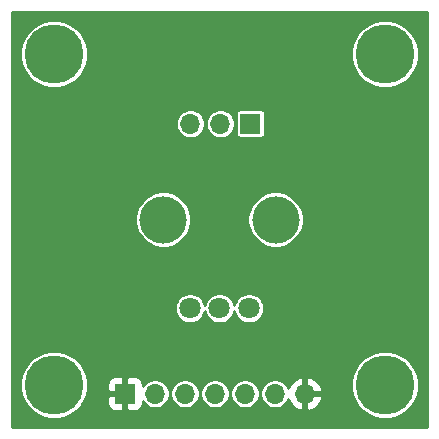
<source format=gbr>
%TF.GenerationSoftware,KiCad,Pcbnew,(5.1.6)-1*%
%TF.CreationDate,2021-02-02T19:23:23-08:00*%
%TF.ProjectId,DH_LEDRing,44485f4c-4544-4526-996e-672e6b696361,rev?*%
%TF.SameCoordinates,Original*%
%TF.FileFunction,Copper,L2,Bot*%
%TF.FilePolarity,Positive*%
%FSLAX46Y46*%
G04 Gerber Fmt 4.6, Leading zero omitted, Abs format (unit mm)*
G04 Created by KiCad (PCBNEW (5.1.6)-1) date 2021-02-02 19:23:23*
%MOMM*%
%LPD*%
G01*
G04 APERTURE LIST*
%TA.AperFunction,ComponentPad*%
%ADD10R,1.700000X1.700000*%
%TD*%
%TA.AperFunction,ComponentPad*%
%ADD11O,1.700000X1.700000*%
%TD*%
%TA.AperFunction,WasherPad*%
%ADD12C,4.000000*%
%TD*%
%TA.AperFunction,ComponentPad*%
%ADD13C,1.800000*%
%TD*%
%TA.AperFunction,ViaPad*%
%ADD14C,5.000000*%
%TD*%
%TA.AperFunction,ViaPad*%
%ADD15C,0.800000*%
%TD*%
%TA.AperFunction,Conductor*%
%ADD16C,0.254000*%
%TD*%
G04 APERTURE END LIST*
D10*
%TO.P,J1,1*%
%TO.N,GNDD*%
X124000000Y-78740000D03*
D11*
%TO.P,J1,2*%
%TO.N,SDI*%
X126540000Y-78740000D03*
%TO.P,J1,3*%
%TO.N,CKI*%
X129080000Y-78740000D03*
%TO.P,J1,4*%
%TO.N,VDD*%
X131620000Y-78740000D03*
%TO.P,J1,5*%
%TO.N,CKO*%
X134160000Y-78740000D03*
%TO.P,J1,6*%
%TO.N,SDO*%
X136700000Y-78740000D03*
%TO.P,J1,7*%
%TO.N,GNDD*%
X139240000Y-78740000D03*
%TD*%
D12*
%TO.P,RV1,*%
%TO.N,*%
X136750000Y-64000000D03*
X127250000Y-64000000D03*
D13*
%TO.P,RV1,1*%
%TO.N,VAA*%
X134500000Y-71500000D03*
%TO.P,RV1,2*%
%TO.N,POT*%
X132000000Y-71500000D03*
%TO.P,RV1,3*%
%TO.N,GND*%
X129500000Y-71500000D03*
%TD*%
D10*
%TO.P,J2,1*%
%TO.N,VAA*%
X134620000Y-55880000D03*
D11*
%TO.P,J2,2*%
%TO.N,POT*%
X132080000Y-55880000D03*
%TO.P,J2,3*%
%TO.N,GND*%
X129540000Y-55880000D03*
%TD*%
D14*
%TO.N,*%
X118000000Y-50000000D03*
X146000000Y-50000000D03*
X118000000Y-78000000D03*
X146000000Y-78000000D03*
D15*
%TO.N,GNDD*%
X122500000Y-72000000D03*
X120000000Y-68500000D03*
X119500000Y-64000000D03*
X120000000Y-59500000D03*
X122000000Y-55500000D03*
X125500000Y-53000000D03*
X130000000Y-51500000D03*
X134000000Y-51500000D03*
X138500000Y-53000000D03*
X142000000Y-56000000D03*
X144000000Y-60000000D03*
X144500000Y-64000000D03*
X144000000Y-68500000D03*
X141500000Y-72000000D03*
X126000000Y-75000000D03*
X132000000Y-74000000D03*
X142000000Y-76000000D03*
X138000000Y-73000000D03*
X146000000Y-72000000D03*
X141000000Y-70000000D03*
X148000000Y-67000000D03*
X142000000Y-66000000D03*
X148000000Y-61000000D03*
X142000000Y-63000000D03*
X146000000Y-56000000D03*
X141000000Y-59000000D03*
X142000000Y-52000000D03*
X139000000Y-56000000D03*
X137000000Y-49000000D03*
X136000000Y-54000000D03*
X132000000Y-48000000D03*
X132000000Y-54000000D03*
X126000000Y-49000000D03*
X129000000Y-54000000D03*
X122000000Y-52000000D03*
X125000000Y-56000000D03*
X118000000Y-56000000D03*
X123000000Y-59000000D03*
X116000000Y-61000000D03*
X122000000Y-62000000D03*
X116000000Y-67000000D03*
X122000000Y-66000000D03*
X118000000Y-72000000D03*
X123000000Y-69000000D03*
X122000000Y-76000000D03*
X125000000Y-72000000D03*
X130000000Y-73000000D03*
X134000000Y-73000000D03*
%TD*%
D16*
%TO.N,GNDD*%
G36*
X149569001Y-81569000D02*
G01*
X114431000Y-81569000D01*
X114431000Y-77716246D01*
X115119000Y-77716246D01*
X115119000Y-78283754D01*
X115229715Y-78840357D01*
X115446891Y-79364665D01*
X115762181Y-79836530D01*
X116163470Y-80237819D01*
X116635335Y-80553109D01*
X117159643Y-80770285D01*
X117716246Y-80881000D01*
X118283754Y-80881000D01*
X118840357Y-80770285D01*
X119364665Y-80553109D01*
X119836530Y-80237819D01*
X120237819Y-79836530D01*
X120402545Y-79590000D01*
X122511928Y-79590000D01*
X122524188Y-79714482D01*
X122560498Y-79834180D01*
X122619463Y-79944494D01*
X122698815Y-80041185D01*
X122795506Y-80120537D01*
X122905820Y-80179502D01*
X123025518Y-80215812D01*
X123150000Y-80228072D01*
X123714250Y-80225000D01*
X123873000Y-80066250D01*
X123873000Y-78867000D01*
X122673750Y-78867000D01*
X122515000Y-79025750D01*
X122511928Y-79590000D01*
X120402545Y-79590000D01*
X120553109Y-79364665D01*
X120770285Y-78840357D01*
X120881000Y-78283754D01*
X120881000Y-77890000D01*
X122511928Y-77890000D01*
X122515000Y-78454250D01*
X122673750Y-78613000D01*
X123873000Y-78613000D01*
X123873000Y-77413750D01*
X124127000Y-77413750D01*
X124127000Y-78613000D01*
X124147000Y-78613000D01*
X124147000Y-78867000D01*
X124127000Y-78867000D01*
X124127000Y-80066250D01*
X124285750Y-80225000D01*
X124850000Y-80228072D01*
X124974482Y-80215812D01*
X125094180Y-80179502D01*
X125204494Y-80120537D01*
X125301185Y-80041185D01*
X125380537Y-79944494D01*
X125439502Y-79834180D01*
X125475812Y-79714482D01*
X125488072Y-79590000D01*
X125486927Y-79379706D01*
X125583820Y-79524717D01*
X125755283Y-79696180D01*
X125956903Y-79830898D01*
X126180931Y-79923693D01*
X126418757Y-79971000D01*
X126661243Y-79971000D01*
X126899069Y-79923693D01*
X127123097Y-79830898D01*
X127324717Y-79696180D01*
X127496180Y-79524717D01*
X127630898Y-79323097D01*
X127723693Y-79099069D01*
X127771000Y-78861243D01*
X127771000Y-78618757D01*
X127849000Y-78618757D01*
X127849000Y-78861243D01*
X127896307Y-79099069D01*
X127989102Y-79323097D01*
X128123820Y-79524717D01*
X128295283Y-79696180D01*
X128496903Y-79830898D01*
X128720931Y-79923693D01*
X128958757Y-79971000D01*
X129201243Y-79971000D01*
X129439069Y-79923693D01*
X129663097Y-79830898D01*
X129864717Y-79696180D01*
X130036180Y-79524717D01*
X130170898Y-79323097D01*
X130263693Y-79099069D01*
X130311000Y-78861243D01*
X130311000Y-78618757D01*
X130389000Y-78618757D01*
X130389000Y-78861243D01*
X130436307Y-79099069D01*
X130529102Y-79323097D01*
X130663820Y-79524717D01*
X130835283Y-79696180D01*
X131036903Y-79830898D01*
X131260931Y-79923693D01*
X131498757Y-79971000D01*
X131741243Y-79971000D01*
X131979069Y-79923693D01*
X132203097Y-79830898D01*
X132404717Y-79696180D01*
X132576180Y-79524717D01*
X132710898Y-79323097D01*
X132803693Y-79099069D01*
X132851000Y-78861243D01*
X132851000Y-78618757D01*
X132929000Y-78618757D01*
X132929000Y-78861243D01*
X132976307Y-79099069D01*
X133069102Y-79323097D01*
X133203820Y-79524717D01*
X133375283Y-79696180D01*
X133576903Y-79830898D01*
X133800931Y-79923693D01*
X134038757Y-79971000D01*
X134281243Y-79971000D01*
X134519069Y-79923693D01*
X134743097Y-79830898D01*
X134944717Y-79696180D01*
X135116180Y-79524717D01*
X135250898Y-79323097D01*
X135343693Y-79099069D01*
X135391000Y-78861243D01*
X135391000Y-78618757D01*
X135469000Y-78618757D01*
X135469000Y-78861243D01*
X135516307Y-79099069D01*
X135609102Y-79323097D01*
X135743820Y-79524717D01*
X135915283Y-79696180D01*
X136116903Y-79830898D01*
X136340931Y-79923693D01*
X136578757Y-79971000D01*
X136821243Y-79971000D01*
X137059069Y-79923693D01*
X137283097Y-79830898D01*
X137484717Y-79696180D01*
X137656180Y-79524717D01*
X137790898Y-79323097D01*
X137838228Y-79208832D01*
X137895843Y-79371252D01*
X138044822Y-79621355D01*
X138239731Y-79837588D01*
X138473080Y-80011641D01*
X138735901Y-80136825D01*
X138883110Y-80181476D01*
X139113000Y-80060155D01*
X139113000Y-78867000D01*
X139367000Y-78867000D01*
X139367000Y-80060155D01*
X139596890Y-80181476D01*
X139744099Y-80136825D01*
X140006920Y-80011641D01*
X140240269Y-79837588D01*
X140435178Y-79621355D01*
X140584157Y-79371252D01*
X140681481Y-79096891D01*
X140560814Y-78867000D01*
X139367000Y-78867000D01*
X139113000Y-78867000D01*
X139093000Y-78867000D01*
X139093000Y-78613000D01*
X139113000Y-78613000D01*
X139113000Y-77419845D01*
X139367000Y-77419845D01*
X139367000Y-78613000D01*
X140560814Y-78613000D01*
X140681481Y-78383109D01*
X140584157Y-78108748D01*
X140435178Y-77858645D01*
X140306822Y-77716246D01*
X143119000Y-77716246D01*
X143119000Y-78283754D01*
X143229715Y-78840357D01*
X143446891Y-79364665D01*
X143762181Y-79836530D01*
X144163470Y-80237819D01*
X144635335Y-80553109D01*
X145159643Y-80770285D01*
X145716246Y-80881000D01*
X146283754Y-80881000D01*
X146840357Y-80770285D01*
X147364665Y-80553109D01*
X147836530Y-80237819D01*
X148237819Y-79836530D01*
X148553109Y-79364665D01*
X148770285Y-78840357D01*
X148881000Y-78283754D01*
X148881000Y-77716246D01*
X148770285Y-77159643D01*
X148553109Y-76635335D01*
X148237819Y-76163470D01*
X147836530Y-75762181D01*
X147364665Y-75446891D01*
X146840357Y-75229715D01*
X146283754Y-75119000D01*
X145716246Y-75119000D01*
X145159643Y-75229715D01*
X144635335Y-75446891D01*
X144163470Y-75762181D01*
X143762181Y-76163470D01*
X143446891Y-76635335D01*
X143229715Y-77159643D01*
X143119000Y-77716246D01*
X140306822Y-77716246D01*
X140240269Y-77642412D01*
X140006920Y-77468359D01*
X139744099Y-77343175D01*
X139596890Y-77298524D01*
X139367000Y-77419845D01*
X139113000Y-77419845D01*
X138883110Y-77298524D01*
X138735901Y-77343175D01*
X138473080Y-77468359D01*
X138239731Y-77642412D01*
X138044822Y-77858645D01*
X137895843Y-78108748D01*
X137838228Y-78271168D01*
X137790898Y-78156903D01*
X137656180Y-77955283D01*
X137484717Y-77783820D01*
X137283097Y-77649102D01*
X137059069Y-77556307D01*
X136821243Y-77509000D01*
X136578757Y-77509000D01*
X136340931Y-77556307D01*
X136116903Y-77649102D01*
X135915283Y-77783820D01*
X135743820Y-77955283D01*
X135609102Y-78156903D01*
X135516307Y-78380931D01*
X135469000Y-78618757D01*
X135391000Y-78618757D01*
X135343693Y-78380931D01*
X135250898Y-78156903D01*
X135116180Y-77955283D01*
X134944717Y-77783820D01*
X134743097Y-77649102D01*
X134519069Y-77556307D01*
X134281243Y-77509000D01*
X134038757Y-77509000D01*
X133800931Y-77556307D01*
X133576903Y-77649102D01*
X133375283Y-77783820D01*
X133203820Y-77955283D01*
X133069102Y-78156903D01*
X132976307Y-78380931D01*
X132929000Y-78618757D01*
X132851000Y-78618757D01*
X132803693Y-78380931D01*
X132710898Y-78156903D01*
X132576180Y-77955283D01*
X132404717Y-77783820D01*
X132203097Y-77649102D01*
X131979069Y-77556307D01*
X131741243Y-77509000D01*
X131498757Y-77509000D01*
X131260931Y-77556307D01*
X131036903Y-77649102D01*
X130835283Y-77783820D01*
X130663820Y-77955283D01*
X130529102Y-78156903D01*
X130436307Y-78380931D01*
X130389000Y-78618757D01*
X130311000Y-78618757D01*
X130263693Y-78380931D01*
X130170898Y-78156903D01*
X130036180Y-77955283D01*
X129864717Y-77783820D01*
X129663097Y-77649102D01*
X129439069Y-77556307D01*
X129201243Y-77509000D01*
X128958757Y-77509000D01*
X128720931Y-77556307D01*
X128496903Y-77649102D01*
X128295283Y-77783820D01*
X128123820Y-77955283D01*
X127989102Y-78156903D01*
X127896307Y-78380931D01*
X127849000Y-78618757D01*
X127771000Y-78618757D01*
X127723693Y-78380931D01*
X127630898Y-78156903D01*
X127496180Y-77955283D01*
X127324717Y-77783820D01*
X127123097Y-77649102D01*
X126899069Y-77556307D01*
X126661243Y-77509000D01*
X126418757Y-77509000D01*
X126180931Y-77556307D01*
X125956903Y-77649102D01*
X125755283Y-77783820D01*
X125583820Y-77955283D01*
X125486927Y-78100294D01*
X125488072Y-77890000D01*
X125475812Y-77765518D01*
X125439502Y-77645820D01*
X125380537Y-77535506D01*
X125301185Y-77438815D01*
X125204494Y-77359463D01*
X125094180Y-77300498D01*
X124974482Y-77264188D01*
X124850000Y-77251928D01*
X124285750Y-77255000D01*
X124127000Y-77413750D01*
X123873000Y-77413750D01*
X123714250Y-77255000D01*
X123150000Y-77251928D01*
X123025518Y-77264188D01*
X122905820Y-77300498D01*
X122795506Y-77359463D01*
X122698815Y-77438815D01*
X122619463Y-77535506D01*
X122560498Y-77645820D01*
X122524188Y-77765518D01*
X122511928Y-77890000D01*
X120881000Y-77890000D01*
X120881000Y-77716246D01*
X120770285Y-77159643D01*
X120553109Y-76635335D01*
X120237819Y-76163470D01*
X119836530Y-75762181D01*
X119364665Y-75446891D01*
X118840357Y-75229715D01*
X118283754Y-75119000D01*
X117716246Y-75119000D01*
X117159643Y-75229715D01*
X116635335Y-75446891D01*
X116163470Y-75762181D01*
X115762181Y-76163470D01*
X115446891Y-76635335D01*
X115229715Y-77159643D01*
X115119000Y-77716246D01*
X114431000Y-77716246D01*
X114431000Y-71373833D01*
X128219000Y-71373833D01*
X128219000Y-71626167D01*
X128268228Y-71873654D01*
X128364793Y-72106781D01*
X128504982Y-72316590D01*
X128683410Y-72495018D01*
X128893219Y-72635207D01*
X129126346Y-72731772D01*
X129373833Y-72781000D01*
X129626167Y-72781000D01*
X129873654Y-72731772D01*
X130106781Y-72635207D01*
X130316590Y-72495018D01*
X130495018Y-72316590D01*
X130635207Y-72106781D01*
X130731772Y-71873654D01*
X130750000Y-71782015D01*
X130768228Y-71873654D01*
X130864793Y-72106781D01*
X131004982Y-72316590D01*
X131183410Y-72495018D01*
X131393219Y-72635207D01*
X131626346Y-72731772D01*
X131873833Y-72781000D01*
X132126167Y-72781000D01*
X132373654Y-72731772D01*
X132606781Y-72635207D01*
X132816590Y-72495018D01*
X132995018Y-72316590D01*
X133135207Y-72106781D01*
X133231772Y-71873654D01*
X133250000Y-71782015D01*
X133268228Y-71873654D01*
X133364793Y-72106781D01*
X133504982Y-72316590D01*
X133683410Y-72495018D01*
X133893219Y-72635207D01*
X134126346Y-72731772D01*
X134373833Y-72781000D01*
X134626167Y-72781000D01*
X134873654Y-72731772D01*
X135106781Y-72635207D01*
X135316590Y-72495018D01*
X135495018Y-72316590D01*
X135635207Y-72106781D01*
X135731772Y-71873654D01*
X135781000Y-71626167D01*
X135781000Y-71373833D01*
X135731772Y-71126346D01*
X135635207Y-70893219D01*
X135495018Y-70683410D01*
X135316590Y-70504982D01*
X135106781Y-70364793D01*
X134873654Y-70268228D01*
X134626167Y-70219000D01*
X134373833Y-70219000D01*
X134126346Y-70268228D01*
X133893219Y-70364793D01*
X133683410Y-70504982D01*
X133504982Y-70683410D01*
X133364793Y-70893219D01*
X133268228Y-71126346D01*
X133250000Y-71217985D01*
X133231772Y-71126346D01*
X133135207Y-70893219D01*
X132995018Y-70683410D01*
X132816590Y-70504982D01*
X132606781Y-70364793D01*
X132373654Y-70268228D01*
X132126167Y-70219000D01*
X131873833Y-70219000D01*
X131626346Y-70268228D01*
X131393219Y-70364793D01*
X131183410Y-70504982D01*
X131004982Y-70683410D01*
X130864793Y-70893219D01*
X130768228Y-71126346D01*
X130750000Y-71217985D01*
X130731772Y-71126346D01*
X130635207Y-70893219D01*
X130495018Y-70683410D01*
X130316590Y-70504982D01*
X130106781Y-70364793D01*
X129873654Y-70268228D01*
X129626167Y-70219000D01*
X129373833Y-70219000D01*
X129126346Y-70268228D01*
X128893219Y-70364793D01*
X128683410Y-70504982D01*
X128504982Y-70683410D01*
X128364793Y-70893219D01*
X128268228Y-71126346D01*
X128219000Y-71373833D01*
X114431000Y-71373833D01*
X114431000Y-63765492D01*
X124869000Y-63765492D01*
X124869000Y-64234508D01*
X124960500Y-64694512D01*
X125139985Y-65127827D01*
X125400556Y-65517799D01*
X125732201Y-65849444D01*
X126122173Y-66110015D01*
X126555488Y-66289500D01*
X127015492Y-66381000D01*
X127484508Y-66381000D01*
X127944512Y-66289500D01*
X128377827Y-66110015D01*
X128767799Y-65849444D01*
X129099444Y-65517799D01*
X129360015Y-65127827D01*
X129539500Y-64694512D01*
X129631000Y-64234508D01*
X129631000Y-63765492D01*
X134369000Y-63765492D01*
X134369000Y-64234508D01*
X134460500Y-64694512D01*
X134639985Y-65127827D01*
X134900556Y-65517799D01*
X135232201Y-65849444D01*
X135622173Y-66110015D01*
X136055488Y-66289500D01*
X136515492Y-66381000D01*
X136984508Y-66381000D01*
X137444512Y-66289500D01*
X137877827Y-66110015D01*
X138267799Y-65849444D01*
X138599444Y-65517799D01*
X138860015Y-65127827D01*
X139039500Y-64694512D01*
X139131000Y-64234508D01*
X139131000Y-63765492D01*
X139039500Y-63305488D01*
X138860015Y-62872173D01*
X138599444Y-62482201D01*
X138267799Y-62150556D01*
X137877827Y-61889985D01*
X137444512Y-61710500D01*
X136984508Y-61619000D01*
X136515492Y-61619000D01*
X136055488Y-61710500D01*
X135622173Y-61889985D01*
X135232201Y-62150556D01*
X134900556Y-62482201D01*
X134639985Y-62872173D01*
X134460500Y-63305488D01*
X134369000Y-63765492D01*
X129631000Y-63765492D01*
X129539500Y-63305488D01*
X129360015Y-62872173D01*
X129099444Y-62482201D01*
X128767799Y-62150556D01*
X128377827Y-61889985D01*
X127944512Y-61710500D01*
X127484508Y-61619000D01*
X127015492Y-61619000D01*
X126555488Y-61710500D01*
X126122173Y-61889985D01*
X125732201Y-62150556D01*
X125400556Y-62482201D01*
X125139985Y-62872173D01*
X124960500Y-63305488D01*
X124869000Y-63765492D01*
X114431000Y-63765492D01*
X114431000Y-55758757D01*
X128309000Y-55758757D01*
X128309000Y-56001243D01*
X128356307Y-56239069D01*
X128449102Y-56463097D01*
X128583820Y-56664717D01*
X128755283Y-56836180D01*
X128956903Y-56970898D01*
X129180931Y-57063693D01*
X129418757Y-57111000D01*
X129661243Y-57111000D01*
X129899069Y-57063693D01*
X130123097Y-56970898D01*
X130324717Y-56836180D01*
X130496180Y-56664717D01*
X130630898Y-56463097D01*
X130723693Y-56239069D01*
X130771000Y-56001243D01*
X130771000Y-55758757D01*
X130849000Y-55758757D01*
X130849000Y-56001243D01*
X130896307Y-56239069D01*
X130989102Y-56463097D01*
X131123820Y-56664717D01*
X131295283Y-56836180D01*
X131496903Y-56970898D01*
X131720931Y-57063693D01*
X131958757Y-57111000D01*
X132201243Y-57111000D01*
X132439069Y-57063693D01*
X132663097Y-56970898D01*
X132864717Y-56836180D01*
X133036180Y-56664717D01*
X133170898Y-56463097D01*
X133263693Y-56239069D01*
X133311000Y-56001243D01*
X133311000Y-55758757D01*
X133263693Y-55520931D01*
X133170898Y-55296903D01*
X133036180Y-55095283D01*
X132970897Y-55030000D01*
X133387157Y-55030000D01*
X133387157Y-56730000D01*
X133394513Y-56804689D01*
X133416299Y-56876508D01*
X133451678Y-56942696D01*
X133499289Y-57000711D01*
X133557304Y-57048322D01*
X133623492Y-57083701D01*
X133695311Y-57105487D01*
X133770000Y-57112843D01*
X135470000Y-57112843D01*
X135544689Y-57105487D01*
X135616508Y-57083701D01*
X135682696Y-57048322D01*
X135740711Y-57000711D01*
X135788322Y-56942696D01*
X135823701Y-56876508D01*
X135845487Y-56804689D01*
X135852843Y-56730000D01*
X135852843Y-55030000D01*
X135845487Y-54955311D01*
X135823701Y-54883492D01*
X135788322Y-54817304D01*
X135740711Y-54759289D01*
X135682696Y-54711678D01*
X135616508Y-54676299D01*
X135544689Y-54654513D01*
X135470000Y-54647157D01*
X133770000Y-54647157D01*
X133695311Y-54654513D01*
X133623492Y-54676299D01*
X133557304Y-54711678D01*
X133499289Y-54759289D01*
X133451678Y-54817304D01*
X133416299Y-54883492D01*
X133394513Y-54955311D01*
X133387157Y-55030000D01*
X132970897Y-55030000D01*
X132864717Y-54923820D01*
X132663097Y-54789102D01*
X132439069Y-54696307D01*
X132201243Y-54649000D01*
X131958757Y-54649000D01*
X131720931Y-54696307D01*
X131496903Y-54789102D01*
X131295283Y-54923820D01*
X131123820Y-55095283D01*
X130989102Y-55296903D01*
X130896307Y-55520931D01*
X130849000Y-55758757D01*
X130771000Y-55758757D01*
X130723693Y-55520931D01*
X130630898Y-55296903D01*
X130496180Y-55095283D01*
X130324717Y-54923820D01*
X130123097Y-54789102D01*
X129899069Y-54696307D01*
X129661243Y-54649000D01*
X129418757Y-54649000D01*
X129180931Y-54696307D01*
X128956903Y-54789102D01*
X128755283Y-54923820D01*
X128583820Y-55095283D01*
X128449102Y-55296903D01*
X128356307Y-55520931D01*
X128309000Y-55758757D01*
X114431000Y-55758757D01*
X114431000Y-49716246D01*
X115119000Y-49716246D01*
X115119000Y-50283754D01*
X115229715Y-50840357D01*
X115446891Y-51364665D01*
X115762181Y-51836530D01*
X116163470Y-52237819D01*
X116635335Y-52553109D01*
X117159643Y-52770285D01*
X117716246Y-52881000D01*
X118283754Y-52881000D01*
X118840357Y-52770285D01*
X119364665Y-52553109D01*
X119836530Y-52237819D01*
X120237819Y-51836530D01*
X120553109Y-51364665D01*
X120770285Y-50840357D01*
X120881000Y-50283754D01*
X120881000Y-49716246D01*
X143119000Y-49716246D01*
X143119000Y-50283754D01*
X143229715Y-50840357D01*
X143446891Y-51364665D01*
X143762181Y-51836530D01*
X144163470Y-52237819D01*
X144635335Y-52553109D01*
X145159643Y-52770285D01*
X145716246Y-52881000D01*
X146283754Y-52881000D01*
X146840357Y-52770285D01*
X147364665Y-52553109D01*
X147836530Y-52237819D01*
X148237819Y-51836530D01*
X148553109Y-51364665D01*
X148770285Y-50840357D01*
X148881000Y-50283754D01*
X148881000Y-49716246D01*
X148770285Y-49159643D01*
X148553109Y-48635335D01*
X148237819Y-48163470D01*
X147836530Y-47762181D01*
X147364665Y-47446891D01*
X146840357Y-47229715D01*
X146283754Y-47119000D01*
X145716246Y-47119000D01*
X145159643Y-47229715D01*
X144635335Y-47446891D01*
X144163470Y-47762181D01*
X143762181Y-48163470D01*
X143446891Y-48635335D01*
X143229715Y-49159643D01*
X143119000Y-49716246D01*
X120881000Y-49716246D01*
X120770285Y-49159643D01*
X120553109Y-48635335D01*
X120237819Y-48163470D01*
X119836530Y-47762181D01*
X119364665Y-47446891D01*
X118840357Y-47229715D01*
X118283754Y-47119000D01*
X117716246Y-47119000D01*
X117159643Y-47229715D01*
X116635335Y-47446891D01*
X116163470Y-47762181D01*
X115762181Y-48163470D01*
X115446891Y-48635335D01*
X115229715Y-49159643D01*
X115119000Y-49716246D01*
X114431000Y-49716246D01*
X114431000Y-46431000D01*
X149569000Y-46431000D01*
X149569001Y-81569000D01*
G37*
X149569001Y-81569000D02*
X114431000Y-81569000D01*
X114431000Y-77716246D01*
X115119000Y-77716246D01*
X115119000Y-78283754D01*
X115229715Y-78840357D01*
X115446891Y-79364665D01*
X115762181Y-79836530D01*
X116163470Y-80237819D01*
X116635335Y-80553109D01*
X117159643Y-80770285D01*
X117716246Y-80881000D01*
X118283754Y-80881000D01*
X118840357Y-80770285D01*
X119364665Y-80553109D01*
X119836530Y-80237819D01*
X120237819Y-79836530D01*
X120402545Y-79590000D01*
X122511928Y-79590000D01*
X122524188Y-79714482D01*
X122560498Y-79834180D01*
X122619463Y-79944494D01*
X122698815Y-80041185D01*
X122795506Y-80120537D01*
X122905820Y-80179502D01*
X123025518Y-80215812D01*
X123150000Y-80228072D01*
X123714250Y-80225000D01*
X123873000Y-80066250D01*
X123873000Y-78867000D01*
X122673750Y-78867000D01*
X122515000Y-79025750D01*
X122511928Y-79590000D01*
X120402545Y-79590000D01*
X120553109Y-79364665D01*
X120770285Y-78840357D01*
X120881000Y-78283754D01*
X120881000Y-77890000D01*
X122511928Y-77890000D01*
X122515000Y-78454250D01*
X122673750Y-78613000D01*
X123873000Y-78613000D01*
X123873000Y-77413750D01*
X124127000Y-77413750D01*
X124127000Y-78613000D01*
X124147000Y-78613000D01*
X124147000Y-78867000D01*
X124127000Y-78867000D01*
X124127000Y-80066250D01*
X124285750Y-80225000D01*
X124850000Y-80228072D01*
X124974482Y-80215812D01*
X125094180Y-80179502D01*
X125204494Y-80120537D01*
X125301185Y-80041185D01*
X125380537Y-79944494D01*
X125439502Y-79834180D01*
X125475812Y-79714482D01*
X125488072Y-79590000D01*
X125486927Y-79379706D01*
X125583820Y-79524717D01*
X125755283Y-79696180D01*
X125956903Y-79830898D01*
X126180931Y-79923693D01*
X126418757Y-79971000D01*
X126661243Y-79971000D01*
X126899069Y-79923693D01*
X127123097Y-79830898D01*
X127324717Y-79696180D01*
X127496180Y-79524717D01*
X127630898Y-79323097D01*
X127723693Y-79099069D01*
X127771000Y-78861243D01*
X127771000Y-78618757D01*
X127849000Y-78618757D01*
X127849000Y-78861243D01*
X127896307Y-79099069D01*
X127989102Y-79323097D01*
X128123820Y-79524717D01*
X128295283Y-79696180D01*
X128496903Y-79830898D01*
X128720931Y-79923693D01*
X128958757Y-79971000D01*
X129201243Y-79971000D01*
X129439069Y-79923693D01*
X129663097Y-79830898D01*
X129864717Y-79696180D01*
X130036180Y-79524717D01*
X130170898Y-79323097D01*
X130263693Y-79099069D01*
X130311000Y-78861243D01*
X130311000Y-78618757D01*
X130389000Y-78618757D01*
X130389000Y-78861243D01*
X130436307Y-79099069D01*
X130529102Y-79323097D01*
X130663820Y-79524717D01*
X130835283Y-79696180D01*
X131036903Y-79830898D01*
X131260931Y-79923693D01*
X131498757Y-79971000D01*
X131741243Y-79971000D01*
X131979069Y-79923693D01*
X132203097Y-79830898D01*
X132404717Y-79696180D01*
X132576180Y-79524717D01*
X132710898Y-79323097D01*
X132803693Y-79099069D01*
X132851000Y-78861243D01*
X132851000Y-78618757D01*
X132929000Y-78618757D01*
X132929000Y-78861243D01*
X132976307Y-79099069D01*
X133069102Y-79323097D01*
X133203820Y-79524717D01*
X133375283Y-79696180D01*
X133576903Y-79830898D01*
X133800931Y-79923693D01*
X134038757Y-79971000D01*
X134281243Y-79971000D01*
X134519069Y-79923693D01*
X134743097Y-79830898D01*
X134944717Y-79696180D01*
X135116180Y-79524717D01*
X135250898Y-79323097D01*
X135343693Y-79099069D01*
X135391000Y-78861243D01*
X135391000Y-78618757D01*
X135469000Y-78618757D01*
X135469000Y-78861243D01*
X135516307Y-79099069D01*
X135609102Y-79323097D01*
X135743820Y-79524717D01*
X135915283Y-79696180D01*
X136116903Y-79830898D01*
X136340931Y-79923693D01*
X136578757Y-79971000D01*
X136821243Y-79971000D01*
X137059069Y-79923693D01*
X137283097Y-79830898D01*
X137484717Y-79696180D01*
X137656180Y-79524717D01*
X137790898Y-79323097D01*
X137838228Y-79208832D01*
X137895843Y-79371252D01*
X138044822Y-79621355D01*
X138239731Y-79837588D01*
X138473080Y-80011641D01*
X138735901Y-80136825D01*
X138883110Y-80181476D01*
X139113000Y-80060155D01*
X139113000Y-78867000D01*
X139367000Y-78867000D01*
X139367000Y-80060155D01*
X139596890Y-80181476D01*
X139744099Y-80136825D01*
X140006920Y-80011641D01*
X140240269Y-79837588D01*
X140435178Y-79621355D01*
X140584157Y-79371252D01*
X140681481Y-79096891D01*
X140560814Y-78867000D01*
X139367000Y-78867000D01*
X139113000Y-78867000D01*
X139093000Y-78867000D01*
X139093000Y-78613000D01*
X139113000Y-78613000D01*
X139113000Y-77419845D01*
X139367000Y-77419845D01*
X139367000Y-78613000D01*
X140560814Y-78613000D01*
X140681481Y-78383109D01*
X140584157Y-78108748D01*
X140435178Y-77858645D01*
X140306822Y-77716246D01*
X143119000Y-77716246D01*
X143119000Y-78283754D01*
X143229715Y-78840357D01*
X143446891Y-79364665D01*
X143762181Y-79836530D01*
X144163470Y-80237819D01*
X144635335Y-80553109D01*
X145159643Y-80770285D01*
X145716246Y-80881000D01*
X146283754Y-80881000D01*
X146840357Y-80770285D01*
X147364665Y-80553109D01*
X147836530Y-80237819D01*
X148237819Y-79836530D01*
X148553109Y-79364665D01*
X148770285Y-78840357D01*
X148881000Y-78283754D01*
X148881000Y-77716246D01*
X148770285Y-77159643D01*
X148553109Y-76635335D01*
X148237819Y-76163470D01*
X147836530Y-75762181D01*
X147364665Y-75446891D01*
X146840357Y-75229715D01*
X146283754Y-75119000D01*
X145716246Y-75119000D01*
X145159643Y-75229715D01*
X144635335Y-75446891D01*
X144163470Y-75762181D01*
X143762181Y-76163470D01*
X143446891Y-76635335D01*
X143229715Y-77159643D01*
X143119000Y-77716246D01*
X140306822Y-77716246D01*
X140240269Y-77642412D01*
X140006920Y-77468359D01*
X139744099Y-77343175D01*
X139596890Y-77298524D01*
X139367000Y-77419845D01*
X139113000Y-77419845D01*
X138883110Y-77298524D01*
X138735901Y-77343175D01*
X138473080Y-77468359D01*
X138239731Y-77642412D01*
X138044822Y-77858645D01*
X137895843Y-78108748D01*
X137838228Y-78271168D01*
X137790898Y-78156903D01*
X137656180Y-77955283D01*
X137484717Y-77783820D01*
X137283097Y-77649102D01*
X137059069Y-77556307D01*
X136821243Y-77509000D01*
X136578757Y-77509000D01*
X136340931Y-77556307D01*
X136116903Y-77649102D01*
X135915283Y-77783820D01*
X135743820Y-77955283D01*
X135609102Y-78156903D01*
X135516307Y-78380931D01*
X135469000Y-78618757D01*
X135391000Y-78618757D01*
X135343693Y-78380931D01*
X135250898Y-78156903D01*
X135116180Y-77955283D01*
X134944717Y-77783820D01*
X134743097Y-77649102D01*
X134519069Y-77556307D01*
X134281243Y-77509000D01*
X134038757Y-77509000D01*
X133800931Y-77556307D01*
X133576903Y-77649102D01*
X133375283Y-77783820D01*
X133203820Y-77955283D01*
X133069102Y-78156903D01*
X132976307Y-78380931D01*
X132929000Y-78618757D01*
X132851000Y-78618757D01*
X132803693Y-78380931D01*
X132710898Y-78156903D01*
X132576180Y-77955283D01*
X132404717Y-77783820D01*
X132203097Y-77649102D01*
X131979069Y-77556307D01*
X131741243Y-77509000D01*
X131498757Y-77509000D01*
X131260931Y-77556307D01*
X131036903Y-77649102D01*
X130835283Y-77783820D01*
X130663820Y-77955283D01*
X130529102Y-78156903D01*
X130436307Y-78380931D01*
X130389000Y-78618757D01*
X130311000Y-78618757D01*
X130263693Y-78380931D01*
X130170898Y-78156903D01*
X130036180Y-77955283D01*
X129864717Y-77783820D01*
X129663097Y-77649102D01*
X129439069Y-77556307D01*
X129201243Y-77509000D01*
X128958757Y-77509000D01*
X128720931Y-77556307D01*
X128496903Y-77649102D01*
X128295283Y-77783820D01*
X128123820Y-77955283D01*
X127989102Y-78156903D01*
X127896307Y-78380931D01*
X127849000Y-78618757D01*
X127771000Y-78618757D01*
X127723693Y-78380931D01*
X127630898Y-78156903D01*
X127496180Y-77955283D01*
X127324717Y-77783820D01*
X127123097Y-77649102D01*
X126899069Y-77556307D01*
X126661243Y-77509000D01*
X126418757Y-77509000D01*
X126180931Y-77556307D01*
X125956903Y-77649102D01*
X125755283Y-77783820D01*
X125583820Y-77955283D01*
X125486927Y-78100294D01*
X125488072Y-77890000D01*
X125475812Y-77765518D01*
X125439502Y-77645820D01*
X125380537Y-77535506D01*
X125301185Y-77438815D01*
X125204494Y-77359463D01*
X125094180Y-77300498D01*
X124974482Y-77264188D01*
X124850000Y-77251928D01*
X124285750Y-77255000D01*
X124127000Y-77413750D01*
X123873000Y-77413750D01*
X123714250Y-77255000D01*
X123150000Y-77251928D01*
X123025518Y-77264188D01*
X122905820Y-77300498D01*
X122795506Y-77359463D01*
X122698815Y-77438815D01*
X122619463Y-77535506D01*
X122560498Y-77645820D01*
X122524188Y-77765518D01*
X122511928Y-77890000D01*
X120881000Y-77890000D01*
X120881000Y-77716246D01*
X120770285Y-77159643D01*
X120553109Y-76635335D01*
X120237819Y-76163470D01*
X119836530Y-75762181D01*
X119364665Y-75446891D01*
X118840357Y-75229715D01*
X118283754Y-75119000D01*
X117716246Y-75119000D01*
X117159643Y-75229715D01*
X116635335Y-75446891D01*
X116163470Y-75762181D01*
X115762181Y-76163470D01*
X115446891Y-76635335D01*
X115229715Y-77159643D01*
X115119000Y-77716246D01*
X114431000Y-77716246D01*
X114431000Y-71373833D01*
X128219000Y-71373833D01*
X128219000Y-71626167D01*
X128268228Y-71873654D01*
X128364793Y-72106781D01*
X128504982Y-72316590D01*
X128683410Y-72495018D01*
X128893219Y-72635207D01*
X129126346Y-72731772D01*
X129373833Y-72781000D01*
X129626167Y-72781000D01*
X129873654Y-72731772D01*
X130106781Y-72635207D01*
X130316590Y-72495018D01*
X130495018Y-72316590D01*
X130635207Y-72106781D01*
X130731772Y-71873654D01*
X130750000Y-71782015D01*
X130768228Y-71873654D01*
X130864793Y-72106781D01*
X131004982Y-72316590D01*
X131183410Y-72495018D01*
X131393219Y-72635207D01*
X131626346Y-72731772D01*
X131873833Y-72781000D01*
X132126167Y-72781000D01*
X132373654Y-72731772D01*
X132606781Y-72635207D01*
X132816590Y-72495018D01*
X132995018Y-72316590D01*
X133135207Y-72106781D01*
X133231772Y-71873654D01*
X133250000Y-71782015D01*
X133268228Y-71873654D01*
X133364793Y-72106781D01*
X133504982Y-72316590D01*
X133683410Y-72495018D01*
X133893219Y-72635207D01*
X134126346Y-72731772D01*
X134373833Y-72781000D01*
X134626167Y-72781000D01*
X134873654Y-72731772D01*
X135106781Y-72635207D01*
X135316590Y-72495018D01*
X135495018Y-72316590D01*
X135635207Y-72106781D01*
X135731772Y-71873654D01*
X135781000Y-71626167D01*
X135781000Y-71373833D01*
X135731772Y-71126346D01*
X135635207Y-70893219D01*
X135495018Y-70683410D01*
X135316590Y-70504982D01*
X135106781Y-70364793D01*
X134873654Y-70268228D01*
X134626167Y-70219000D01*
X134373833Y-70219000D01*
X134126346Y-70268228D01*
X133893219Y-70364793D01*
X133683410Y-70504982D01*
X133504982Y-70683410D01*
X133364793Y-70893219D01*
X133268228Y-71126346D01*
X133250000Y-71217985D01*
X133231772Y-71126346D01*
X133135207Y-70893219D01*
X132995018Y-70683410D01*
X132816590Y-70504982D01*
X132606781Y-70364793D01*
X132373654Y-70268228D01*
X132126167Y-70219000D01*
X131873833Y-70219000D01*
X131626346Y-70268228D01*
X131393219Y-70364793D01*
X131183410Y-70504982D01*
X131004982Y-70683410D01*
X130864793Y-70893219D01*
X130768228Y-71126346D01*
X130750000Y-71217985D01*
X130731772Y-71126346D01*
X130635207Y-70893219D01*
X130495018Y-70683410D01*
X130316590Y-70504982D01*
X130106781Y-70364793D01*
X129873654Y-70268228D01*
X129626167Y-70219000D01*
X129373833Y-70219000D01*
X129126346Y-70268228D01*
X128893219Y-70364793D01*
X128683410Y-70504982D01*
X128504982Y-70683410D01*
X128364793Y-70893219D01*
X128268228Y-71126346D01*
X128219000Y-71373833D01*
X114431000Y-71373833D01*
X114431000Y-63765492D01*
X124869000Y-63765492D01*
X124869000Y-64234508D01*
X124960500Y-64694512D01*
X125139985Y-65127827D01*
X125400556Y-65517799D01*
X125732201Y-65849444D01*
X126122173Y-66110015D01*
X126555488Y-66289500D01*
X127015492Y-66381000D01*
X127484508Y-66381000D01*
X127944512Y-66289500D01*
X128377827Y-66110015D01*
X128767799Y-65849444D01*
X129099444Y-65517799D01*
X129360015Y-65127827D01*
X129539500Y-64694512D01*
X129631000Y-64234508D01*
X129631000Y-63765492D01*
X134369000Y-63765492D01*
X134369000Y-64234508D01*
X134460500Y-64694512D01*
X134639985Y-65127827D01*
X134900556Y-65517799D01*
X135232201Y-65849444D01*
X135622173Y-66110015D01*
X136055488Y-66289500D01*
X136515492Y-66381000D01*
X136984508Y-66381000D01*
X137444512Y-66289500D01*
X137877827Y-66110015D01*
X138267799Y-65849444D01*
X138599444Y-65517799D01*
X138860015Y-65127827D01*
X139039500Y-64694512D01*
X139131000Y-64234508D01*
X139131000Y-63765492D01*
X139039500Y-63305488D01*
X138860015Y-62872173D01*
X138599444Y-62482201D01*
X138267799Y-62150556D01*
X137877827Y-61889985D01*
X137444512Y-61710500D01*
X136984508Y-61619000D01*
X136515492Y-61619000D01*
X136055488Y-61710500D01*
X135622173Y-61889985D01*
X135232201Y-62150556D01*
X134900556Y-62482201D01*
X134639985Y-62872173D01*
X134460500Y-63305488D01*
X134369000Y-63765492D01*
X129631000Y-63765492D01*
X129539500Y-63305488D01*
X129360015Y-62872173D01*
X129099444Y-62482201D01*
X128767799Y-62150556D01*
X128377827Y-61889985D01*
X127944512Y-61710500D01*
X127484508Y-61619000D01*
X127015492Y-61619000D01*
X126555488Y-61710500D01*
X126122173Y-61889985D01*
X125732201Y-62150556D01*
X125400556Y-62482201D01*
X125139985Y-62872173D01*
X124960500Y-63305488D01*
X124869000Y-63765492D01*
X114431000Y-63765492D01*
X114431000Y-55758757D01*
X128309000Y-55758757D01*
X128309000Y-56001243D01*
X128356307Y-56239069D01*
X128449102Y-56463097D01*
X128583820Y-56664717D01*
X128755283Y-56836180D01*
X128956903Y-56970898D01*
X129180931Y-57063693D01*
X129418757Y-57111000D01*
X129661243Y-57111000D01*
X129899069Y-57063693D01*
X130123097Y-56970898D01*
X130324717Y-56836180D01*
X130496180Y-56664717D01*
X130630898Y-56463097D01*
X130723693Y-56239069D01*
X130771000Y-56001243D01*
X130771000Y-55758757D01*
X130849000Y-55758757D01*
X130849000Y-56001243D01*
X130896307Y-56239069D01*
X130989102Y-56463097D01*
X131123820Y-56664717D01*
X131295283Y-56836180D01*
X131496903Y-56970898D01*
X131720931Y-57063693D01*
X131958757Y-57111000D01*
X132201243Y-57111000D01*
X132439069Y-57063693D01*
X132663097Y-56970898D01*
X132864717Y-56836180D01*
X133036180Y-56664717D01*
X133170898Y-56463097D01*
X133263693Y-56239069D01*
X133311000Y-56001243D01*
X133311000Y-55758757D01*
X133263693Y-55520931D01*
X133170898Y-55296903D01*
X133036180Y-55095283D01*
X132970897Y-55030000D01*
X133387157Y-55030000D01*
X133387157Y-56730000D01*
X133394513Y-56804689D01*
X133416299Y-56876508D01*
X133451678Y-56942696D01*
X133499289Y-57000711D01*
X133557304Y-57048322D01*
X133623492Y-57083701D01*
X133695311Y-57105487D01*
X133770000Y-57112843D01*
X135470000Y-57112843D01*
X135544689Y-57105487D01*
X135616508Y-57083701D01*
X135682696Y-57048322D01*
X135740711Y-57000711D01*
X135788322Y-56942696D01*
X135823701Y-56876508D01*
X135845487Y-56804689D01*
X135852843Y-56730000D01*
X135852843Y-55030000D01*
X135845487Y-54955311D01*
X135823701Y-54883492D01*
X135788322Y-54817304D01*
X135740711Y-54759289D01*
X135682696Y-54711678D01*
X135616508Y-54676299D01*
X135544689Y-54654513D01*
X135470000Y-54647157D01*
X133770000Y-54647157D01*
X133695311Y-54654513D01*
X133623492Y-54676299D01*
X133557304Y-54711678D01*
X133499289Y-54759289D01*
X133451678Y-54817304D01*
X133416299Y-54883492D01*
X133394513Y-54955311D01*
X133387157Y-55030000D01*
X132970897Y-55030000D01*
X132864717Y-54923820D01*
X132663097Y-54789102D01*
X132439069Y-54696307D01*
X132201243Y-54649000D01*
X131958757Y-54649000D01*
X131720931Y-54696307D01*
X131496903Y-54789102D01*
X131295283Y-54923820D01*
X131123820Y-55095283D01*
X130989102Y-55296903D01*
X130896307Y-55520931D01*
X130849000Y-55758757D01*
X130771000Y-55758757D01*
X130723693Y-55520931D01*
X130630898Y-55296903D01*
X130496180Y-55095283D01*
X130324717Y-54923820D01*
X130123097Y-54789102D01*
X129899069Y-54696307D01*
X129661243Y-54649000D01*
X129418757Y-54649000D01*
X129180931Y-54696307D01*
X128956903Y-54789102D01*
X128755283Y-54923820D01*
X128583820Y-55095283D01*
X128449102Y-55296903D01*
X128356307Y-55520931D01*
X128309000Y-55758757D01*
X114431000Y-55758757D01*
X114431000Y-49716246D01*
X115119000Y-49716246D01*
X115119000Y-50283754D01*
X115229715Y-50840357D01*
X115446891Y-51364665D01*
X115762181Y-51836530D01*
X116163470Y-52237819D01*
X116635335Y-52553109D01*
X117159643Y-52770285D01*
X117716246Y-52881000D01*
X118283754Y-52881000D01*
X118840357Y-52770285D01*
X119364665Y-52553109D01*
X119836530Y-52237819D01*
X120237819Y-51836530D01*
X120553109Y-51364665D01*
X120770285Y-50840357D01*
X120881000Y-50283754D01*
X120881000Y-49716246D01*
X143119000Y-49716246D01*
X143119000Y-50283754D01*
X143229715Y-50840357D01*
X143446891Y-51364665D01*
X143762181Y-51836530D01*
X144163470Y-52237819D01*
X144635335Y-52553109D01*
X145159643Y-52770285D01*
X145716246Y-52881000D01*
X146283754Y-52881000D01*
X146840357Y-52770285D01*
X147364665Y-52553109D01*
X147836530Y-52237819D01*
X148237819Y-51836530D01*
X148553109Y-51364665D01*
X148770285Y-50840357D01*
X148881000Y-50283754D01*
X148881000Y-49716246D01*
X148770285Y-49159643D01*
X148553109Y-48635335D01*
X148237819Y-48163470D01*
X147836530Y-47762181D01*
X147364665Y-47446891D01*
X146840357Y-47229715D01*
X146283754Y-47119000D01*
X145716246Y-47119000D01*
X145159643Y-47229715D01*
X144635335Y-47446891D01*
X144163470Y-47762181D01*
X143762181Y-48163470D01*
X143446891Y-48635335D01*
X143229715Y-49159643D01*
X143119000Y-49716246D01*
X120881000Y-49716246D01*
X120770285Y-49159643D01*
X120553109Y-48635335D01*
X120237819Y-48163470D01*
X119836530Y-47762181D01*
X119364665Y-47446891D01*
X118840357Y-47229715D01*
X118283754Y-47119000D01*
X117716246Y-47119000D01*
X117159643Y-47229715D01*
X116635335Y-47446891D01*
X116163470Y-47762181D01*
X115762181Y-48163470D01*
X115446891Y-48635335D01*
X115229715Y-49159643D01*
X115119000Y-49716246D01*
X114431000Y-49716246D01*
X114431000Y-46431000D01*
X149569000Y-46431000D01*
X149569001Y-81569000D01*
%TD*%
M02*

</source>
